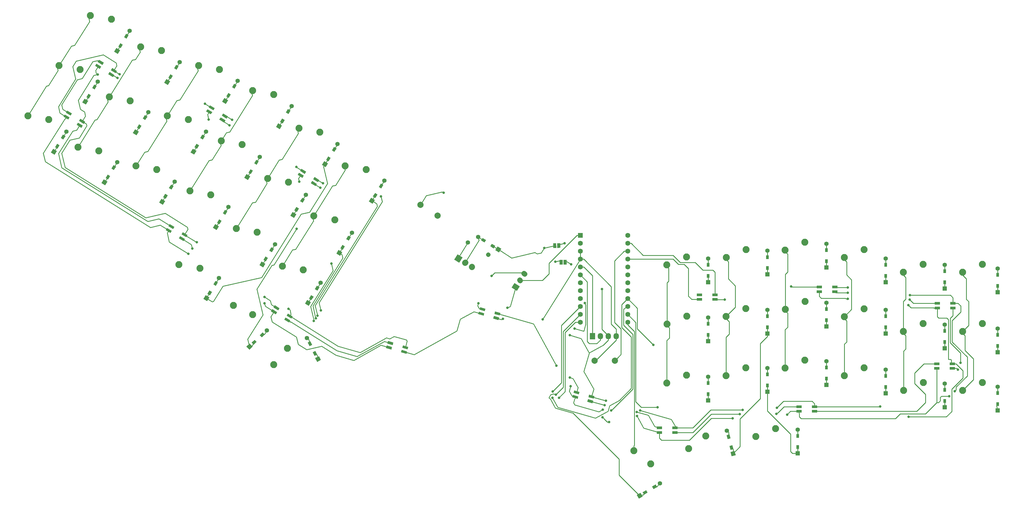
<source format=gbr>
G04 #@! TF.GenerationSoftware,KiCad,Pcbnew,(5.1.5)-3*
G04 #@! TF.CreationDate,2020-11-08T14:52:40+01:00*
G04 #@! TF.ProjectId,aegis,61656769-732e-46b6-9963-61645f706362,rev?*
G04 #@! TF.SameCoordinates,Original*
G04 #@! TF.FileFunction,Copper,L2,Bot*
G04 #@! TF.FilePolarity,Positive*
%FSLAX46Y46*%
G04 Gerber Fmt 4.6, Leading zero omitted, Abs format (unit mm)*
G04 Created by KiCad (PCBNEW (5.1.5)-3) date 2020-11-08 14:52:40*
%MOMM*%
%LPD*%
G04 APERTURE LIST*
%ADD10R,1.000000X1.500000*%
%ADD11C,0.100000*%
%ADD12C,2.000000*%
%ADD13O,1.730000X2.030000*%
%ADD14R,1.730000X2.030000*%
%ADD15C,1.730000*%
%ADD16C,1.397000*%
%ADD17R,1.397000X1.397000*%
%ADD18R,0.950000X1.300000*%
%ADD19R,1.800000X0.820000*%
%ADD20C,1.905000*%
%ADD21C,1.400000*%
%ADD22C,1.400000*%
%ADD23C,1.600000*%
%ADD24R,1.600000X1.600000*%
%ADD25C,2.250000*%
%ADD26C,0.800000*%
%ADD27C,0.250000*%
G04 APERTURE END LIST*
D10*
X150369368Y-102062699D03*
X151669368Y-102062699D03*
G04 #@! TA.AperFunction,SMDPad,CuDef*
D11*
G36*
X147854233Y-97501742D02*
G01*
X147828055Y-96001970D01*
X148827903Y-95984518D01*
X148854081Y-97484290D01*
X147854233Y-97501742D01*
G37*
G04 #@! TD.AperFunction*
G04 #@! TA.AperFunction,SMDPad,CuDef*
G36*
X149154035Y-97479054D02*
G01*
X149127857Y-95979282D01*
X150127705Y-95961830D01*
X150153883Y-97461602D01*
X149154035Y-97479054D01*
G37*
G04 #@! TD.AperFunction*
D12*
X105189722Y-83629982D03*
X110702034Y-87074458D03*
X167677317Y-133705719D03*
X161177317Y-133705719D03*
D13*
X168101134Y-125842475D03*
X165561134Y-125842475D03*
X163021134Y-125842475D03*
D14*
X160481134Y-125842475D03*
D15*
X138706842Y-105881111D02*
X138455240Y-105717719D01*
X137323459Y-108011334D02*
X137071857Y-107847942D01*
G04 #@! TA.AperFunction,ComponentPad*
D11*
G36*
X137136638Y-109887220D02*
G01*
X136194413Y-111338120D01*
X134491912Y-110232502D01*
X135434137Y-108781602D01*
X137136638Y-109887220D01*
G37*
G04 #@! TD.AperFunction*
D16*
X63774162Y-51893721D03*
G04 #@! TA.AperFunction,ComponentPad*
D11*
G36*
X59958391Y-59318357D02*
G01*
X58773668Y-58578060D01*
X59513965Y-57393337D01*
X60698688Y-58133634D01*
X59958391Y-59318357D01*
G37*
G04 #@! TD.AperFunction*
G04 #@! TA.AperFunction,SMDPad,CuDef*
G36*
X60872938Y-57433012D02*
G01*
X60067293Y-56929589D01*
X60756188Y-55827126D01*
X61561833Y-56330549D01*
X60872938Y-57433012D01*
G37*
G04 #@! TD.AperFunction*
G04 #@! TA.AperFunction,SMDPad,CuDef*
G36*
X62754152Y-54422442D02*
G01*
X61948507Y-53919019D01*
X62637402Y-52816556D01*
X63443047Y-53319979D01*
X62754152Y-54422442D01*
G37*
G04 #@! TD.AperFunction*
D16*
X93615365Y-75846877D03*
G04 #@! TA.AperFunction,ComponentPad*
D11*
G36*
X89799594Y-83271513D02*
G01*
X88614871Y-82531216D01*
X89355168Y-81346493D01*
X90539891Y-82086790D01*
X89799594Y-83271513D01*
G37*
G04 #@! TD.AperFunction*
G04 #@! TA.AperFunction,SMDPad,CuDef*
G36*
X90714141Y-81386168D02*
G01*
X89908496Y-80882745D01*
X90597391Y-79780282D01*
X91403036Y-80283705D01*
X90714141Y-81386168D01*
G37*
G04 #@! TD.AperFunction*
G04 #@! TA.AperFunction,SMDPad,CuDef*
G36*
X92595355Y-78375598D02*
G01*
X91789710Y-77872175D01*
X92478605Y-76769712D01*
X93284250Y-77273135D01*
X92595355Y-78375598D01*
G37*
G04 #@! TD.AperFunction*
D16*
X78562280Y-64082315D03*
G04 #@! TA.AperFunction,ComponentPad*
D11*
G36*
X74746509Y-71506951D02*
G01*
X73561786Y-70766654D01*
X74302083Y-69581931D01*
X75486806Y-70322228D01*
X74746509Y-71506951D01*
G37*
G04 #@! TD.AperFunction*
G04 #@! TA.AperFunction,SMDPad,CuDef*
G36*
X75661056Y-69621606D02*
G01*
X74855411Y-69118183D01*
X75544306Y-68015720D01*
X76349951Y-68519143D01*
X75661056Y-69621606D01*
G37*
G04 #@! TD.AperFunction*
G04 #@! TA.AperFunction,SMDPad,CuDef*
G36*
X77542270Y-66611036D02*
G01*
X76736625Y-66107613D01*
X77425520Y-65005150D01*
X78231165Y-65508573D01*
X77542270Y-66611036D01*
G37*
G04 #@! TD.AperFunction*
D16*
X123723137Y-93939037D03*
G04 #@! TA.AperFunction,ComponentPad*
D11*
G36*
X131147773Y-97754808D02*
G01*
X130407476Y-98939531D01*
X129222753Y-98199234D01*
X129963050Y-97014511D01*
X131147773Y-97754808D01*
G37*
G04 #@! TD.AperFunction*
G04 #@! TA.AperFunction,SMDPad,CuDef*
G36*
X129262428Y-96840261D02*
G01*
X128759005Y-97645906D01*
X127656542Y-96957011D01*
X128159965Y-96151366D01*
X129262428Y-96840261D01*
G37*
G04 #@! TD.AperFunction*
G04 #@! TA.AperFunction,SMDPad,CuDef*
G36*
X126251858Y-94959047D02*
G01*
X125748435Y-95764692D01*
X124645972Y-95075797D01*
X125149395Y-94270152D01*
X126251858Y-94959047D01*
G37*
G04 #@! TD.AperFunction*
D16*
X226427313Y-155895726D03*
D17*
X226427313Y-163515726D03*
D18*
X226427313Y-161480726D03*
X226427313Y-157930726D03*
D16*
X203691224Y-156275553D03*
G04 #@! TA.AperFunction,ComponentPad*
D11*
G36*
X206518910Y-164129821D02*
G01*
X205169512Y-164491391D01*
X204807942Y-163141993D01*
X206157340Y-162780423D01*
X206518910Y-164129821D01*
G37*
G04 #@! TD.AperFunction*
G04 #@! TA.AperFunction,SMDPad,CuDef*
G36*
X205763776Y-162175161D02*
G01*
X204846147Y-162421039D01*
X204509682Y-161165335D01*
X205427311Y-160919457D01*
X205763776Y-162175161D01*
G37*
G04 #@! TD.AperFunction*
G04 #@! TA.AperFunction,SMDPad,CuDef*
G36*
X204844968Y-158746125D02*
G01*
X203927339Y-158992003D01*
X203590874Y-157736299D01*
X204508503Y-157490421D01*
X204844968Y-158746125D01*
G37*
G04 #@! TD.AperFunction*
D16*
X182193108Y-173243412D03*
G04 #@! TA.AperFunction,ComponentPad*
D11*
G36*
X175422517Y-178126487D02*
G01*
X174703009Y-176929025D01*
X175900471Y-176209517D01*
X176619979Y-177406979D01*
X175422517Y-178126487D01*
G37*
G04 #@! TD.AperFunction*
G04 #@! TA.AperFunction,SMDPad,CuDef*
G36*
X177093313Y-176861829D02*
G01*
X176604027Y-176047520D01*
X177718345Y-175377971D01*
X178207631Y-176192280D01*
X177093313Y-176861829D01*
G37*
G04 #@! TD.AperFunction*
G04 #@! TA.AperFunction,SMDPad,CuDef*
G36*
X180136257Y-175033443D02*
G01*
X179646971Y-174219134D01*
X180761289Y-173549585D01*
X181250575Y-174363894D01*
X180136257Y-175033443D01*
G37*
G04 #@! TD.AperFunction*
D16*
X68691975Y-126489800D03*
G04 #@! TA.AperFunction,ComponentPad*
D11*
G36*
X73214014Y-133506673D02*
G01*
X71980536Y-134162525D01*
X71324684Y-132929047D01*
X72558162Y-132273195D01*
X73214014Y-133506673D01*
G37*
G04 #@! TD.AperFunction*
G04 #@! TA.AperFunction,SMDPad,CuDef*
G36*
X72038531Y-131771979D02*
G01*
X71199730Y-132217977D01*
X70589417Y-131070145D01*
X71428218Y-130624147D01*
X72038531Y-131771979D01*
G37*
G04 #@! TD.AperFunction*
G04 #@! TA.AperFunction,SMDPad,CuDef*
G36*
X70371907Y-128637515D02*
G01*
X69533106Y-129083513D01*
X68922793Y-127935681D01*
X69761594Y-127489683D01*
X70371907Y-128637515D01*
G37*
G04 #@! TD.AperFunction*
D16*
X55829876Y-124024044D03*
G04 #@! TA.AperFunction,ComponentPad*
D11*
G36*
X50222485Y-130208098D02*
G01*
X49269734Y-129186397D01*
X50291435Y-128233646D01*
X51244186Y-129255347D01*
X50222485Y-130208098D01*
G37*
G04 #@! TD.AperFunction*
G04 #@! TA.AperFunction,SMDPad,CuDef*
G36*
X51593834Y-128623697D02*
G01*
X50945936Y-127928911D01*
X51896696Y-127042313D01*
X52544594Y-127737099D01*
X51593834Y-128623697D01*
G37*
G04 #@! TD.AperFunction*
G04 #@! TA.AperFunction,SMDPad,CuDef*
G36*
X54190140Y-126202603D02*
G01*
X53542242Y-125507817D01*
X54493002Y-124621219D01*
X55140900Y-125316005D01*
X54190140Y-126202603D01*
G37*
G04 #@! TD.AperFunction*
D16*
X40432913Y-107174804D03*
G04 #@! TA.AperFunction,ComponentPad*
D11*
G36*
X36617142Y-114599440D02*
G01*
X35432419Y-113859143D01*
X36172716Y-112674420D01*
X37357439Y-113414717D01*
X36617142Y-114599440D01*
G37*
G04 #@! TD.AperFunction*
G04 #@! TA.AperFunction,SMDPad,CuDef*
G36*
X37531689Y-112714095D02*
G01*
X36726044Y-112210672D01*
X37414939Y-111108209D01*
X38220584Y-111611632D01*
X37531689Y-112714095D01*
G37*
G04 #@! TD.AperFunction*
G04 #@! TA.AperFunction,SMDPad,CuDef*
G36*
X39412903Y-109703525D02*
G01*
X38607258Y-109200102D01*
X39296153Y-108097639D01*
X40101798Y-108601062D01*
X39412903Y-109703525D01*
G37*
G04 #@! TD.AperFunction*
D16*
X290677313Y-142145725D03*
D17*
X290677313Y-149765725D03*
D18*
X290677313Y-147730725D03*
X290677313Y-144180725D03*
D16*
X290677304Y-123395715D03*
D17*
X290677304Y-131015715D03*
D18*
X290677304Y-128980715D03*
X290677304Y-125430715D03*
D16*
X290677294Y-104145702D03*
D17*
X290677294Y-111765702D03*
D18*
X290677294Y-109730702D03*
X290677294Y-106180702D03*
D16*
X273677302Y-141145741D03*
D17*
X273677302Y-148765741D03*
D18*
X273677302Y-146730741D03*
X273677302Y-143180741D03*
D16*
X273677294Y-122145721D03*
D17*
X273677294Y-129765721D03*
D18*
X273677294Y-127730721D03*
X273677294Y-124180721D03*
D16*
X273677313Y-102895728D03*
D17*
X273677313Y-110515728D03*
D18*
X273677313Y-108480728D03*
X273677313Y-104930728D03*
D16*
X254677304Y-136645727D03*
D17*
X254677304Y-144265727D03*
D18*
X254677304Y-142230727D03*
X254677304Y-138680727D03*
D16*
X254677300Y-117395726D03*
D17*
X254677300Y-125015726D03*
D18*
X254677300Y-122980726D03*
X254677300Y-119430726D03*
D16*
X254677324Y-100895714D03*
D17*
X254677324Y-108515714D03*
D18*
X254677324Y-106480714D03*
X254677324Y-102930714D03*
D16*
X235677293Y-133895732D03*
D17*
X235677293Y-141515732D03*
D18*
X235677293Y-139480732D03*
X235677293Y-135930732D03*
D16*
X235677291Y-115145720D03*
D17*
X235677291Y-122765720D03*
D18*
X235677291Y-120730720D03*
X235677291Y-117180720D03*
D16*
X235677307Y-96145717D03*
D17*
X235677307Y-103765717D03*
D18*
X235677307Y-101730717D03*
X235677307Y-98180717D03*
D16*
X216677309Y-136145713D03*
D17*
X216677309Y-143765713D03*
D18*
X216677309Y-141730713D03*
X216677309Y-138180713D03*
D16*
X216677300Y-117395722D03*
D17*
X216677300Y-125015722D03*
D18*
X216677300Y-122980722D03*
X216677300Y-119430722D03*
D16*
X216677308Y-98395723D03*
D17*
X216677308Y-106015723D03*
D18*
X216677308Y-103980723D03*
X216677308Y-100430723D03*
D16*
X197677320Y-138895722D03*
D17*
X197677320Y-146515722D03*
D18*
X197677320Y-144480722D03*
X197677320Y-140930722D03*
D16*
X197677307Y-119895714D03*
D17*
X197677307Y-127515714D03*
D18*
X197677307Y-125480714D03*
X197677307Y-121930714D03*
D16*
X197677296Y-100895718D03*
D17*
X197677296Y-108515718D03*
D18*
X197677296Y-106480718D03*
X197677296Y-102930718D03*
D16*
X73081007Y-108708750D03*
G04 #@! TA.AperFunction,ComponentPad*
D11*
G36*
X69265236Y-116133386D02*
G01*
X68080513Y-115393089D01*
X68820810Y-114208366D01*
X70005533Y-114948663D01*
X69265236Y-116133386D01*
G37*
G04 #@! TD.AperFunction*
G04 #@! TA.AperFunction,SMDPad,CuDef*
G36*
X70179783Y-114248041D02*
G01*
X69374138Y-113744618D01*
X70063033Y-112642155D01*
X70868678Y-113145578D01*
X70179783Y-114248041D01*
G37*
G04 #@! TD.AperFunction*
G04 #@! TA.AperFunction,SMDPad,CuDef*
G36*
X72060997Y-111237471D02*
G01*
X71255352Y-110734048D01*
X71944247Y-109631585D01*
X72749892Y-110135008D01*
X72060997Y-111237471D01*
G37*
G04 #@! TD.AperFunction*
D16*
X83149439Y-92595832D03*
G04 #@! TA.AperFunction,ComponentPad*
D11*
G36*
X79333668Y-100020468D02*
G01*
X78148945Y-99280171D01*
X78889242Y-98095448D01*
X80073965Y-98835745D01*
X79333668Y-100020468D01*
G37*
G04 #@! TD.AperFunction*
G04 #@! TA.AperFunction,SMDPad,CuDef*
G36*
X80248215Y-98135123D02*
G01*
X79442570Y-97631700D01*
X80131465Y-96529237D01*
X80937110Y-97032660D01*
X80248215Y-98135123D01*
G37*
G04 #@! TD.AperFunction*
G04 #@! TA.AperFunction,SMDPad,CuDef*
G36*
X82129429Y-95124553D02*
G01*
X81323784Y-94621130D01*
X82012679Y-93518667D01*
X82818324Y-94022090D01*
X82129429Y-95124553D01*
G37*
G04 #@! TD.AperFunction*
D16*
X58425347Y-96308127D03*
G04 #@! TA.AperFunction,ComponentPad*
D11*
G36*
X54609576Y-103732763D02*
G01*
X53424853Y-102992466D01*
X54165150Y-101807743D01*
X55349873Y-102548040D01*
X54609576Y-103732763D01*
G37*
G04 #@! TD.AperFunction*
G04 #@! TA.AperFunction,SMDPad,CuDef*
G36*
X55524123Y-101847418D02*
G01*
X54718478Y-101343995D01*
X55407373Y-100241532D01*
X56213018Y-100744955D01*
X55524123Y-101847418D01*
G37*
G04 #@! TD.AperFunction*
G04 #@! TA.AperFunction,SMDPad,CuDef*
G36*
X57405337Y-98836848D02*
G01*
X56599692Y-98333425D01*
X57288587Y-97230962D01*
X58094232Y-97734385D01*
X57405337Y-98836848D01*
G37*
G04 #@! TD.AperFunction*
D16*
X68361339Y-80407239D03*
G04 #@! TA.AperFunction,ComponentPad*
D11*
G36*
X64545568Y-87831875D02*
G01*
X63360845Y-87091578D01*
X64101142Y-85906855D01*
X65285865Y-86647152D01*
X64545568Y-87831875D01*
G37*
G04 #@! TD.AperFunction*
G04 #@! TA.AperFunction,SMDPad,CuDef*
G36*
X65460115Y-85946530D02*
G01*
X64654470Y-85443107D01*
X65343365Y-84340644D01*
X66149010Y-84844067D01*
X65460115Y-85946530D01*
G37*
G04 #@! TD.AperFunction*
G04 #@! TA.AperFunction,SMDPad,CuDef*
G36*
X67341329Y-82935960D02*
G01*
X66535684Y-82432537D01*
X67224579Y-81330074D01*
X68030224Y-81833497D01*
X67341329Y-82935960D01*
G37*
G04 #@! TD.AperFunction*
D16*
X43504760Y-84331550D03*
G04 #@! TA.AperFunction,ComponentPad*
D11*
G36*
X39688989Y-91756186D02*
G01*
X38504266Y-91015889D01*
X39244563Y-89831166D01*
X40429286Y-90571463D01*
X39688989Y-91756186D01*
G37*
G04 #@! TD.AperFunction*
G04 #@! TA.AperFunction,SMDPad,CuDef*
G36*
X40603536Y-89870841D02*
G01*
X39797891Y-89367418D01*
X40486786Y-88264955D01*
X41292431Y-88768378D01*
X40603536Y-89870841D01*
G37*
G04 #@! TD.AperFunction*
G04 #@! TA.AperFunction,SMDPad,CuDef*
G36*
X42484750Y-86860271D02*
G01*
X41679105Y-86356848D01*
X42368000Y-85254385D01*
X43173645Y-85757808D01*
X42484750Y-86860271D01*
G37*
G04 #@! TD.AperFunction*
D16*
X53573214Y-68218650D03*
G04 #@! TA.AperFunction,ComponentPad*
D11*
G36*
X49757443Y-75643286D02*
G01*
X48572720Y-74902989D01*
X49313017Y-73718266D01*
X50497740Y-74458563D01*
X49757443Y-75643286D01*
G37*
G04 #@! TD.AperFunction*
G04 #@! TA.AperFunction,SMDPad,CuDef*
G36*
X50671990Y-73757941D02*
G01*
X49866345Y-73254518D01*
X50555240Y-72152055D01*
X51360885Y-72655478D01*
X50671990Y-73757941D01*
G37*
G04 #@! TD.AperFunction*
G04 #@! TA.AperFunction,SMDPad,CuDef*
G36*
X52553204Y-70747371D02*
G01*
X51747559Y-70243948D01*
X52436454Y-69141485D01*
X53242099Y-69644908D01*
X52553204Y-70747371D01*
G37*
G04 #@! TD.AperFunction*
D16*
X26199517Y-76171220D03*
G04 #@! TA.AperFunction,ComponentPad*
D11*
G36*
X22383746Y-83595856D02*
G01*
X21199023Y-82855559D01*
X21939320Y-81670836D01*
X23124043Y-82411133D01*
X22383746Y-83595856D01*
G37*
G04 #@! TD.AperFunction*
G04 #@! TA.AperFunction,SMDPad,CuDef*
G36*
X23298293Y-81710511D02*
G01*
X22492648Y-81207088D01*
X23181543Y-80104625D01*
X23987188Y-80608048D01*
X23298293Y-81710511D01*
G37*
G04 #@! TD.AperFunction*
G04 #@! TA.AperFunction,SMDPad,CuDef*
G36*
X25179507Y-78699941D02*
G01*
X24373862Y-78196518D01*
X25062757Y-77094055D01*
X25868402Y-77597478D01*
X25179507Y-78699941D01*
G37*
G04 #@! TD.AperFunction*
D16*
X36267982Y-60058285D03*
G04 #@! TA.AperFunction,ComponentPad*
D11*
G36*
X32452211Y-67482921D02*
G01*
X31267488Y-66742624D01*
X32007785Y-65557901D01*
X33192508Y-66298198D01*
X32452211Y-67482921D01*
G37*
G04 #@! TD.AperFunction*
G04 #@! TA.AperFunction,SMDPad,CuDef*
G36*
X33366758Y-65597576D02*
G01*
X32561113Y-65094153D01*
X33250008Y-63991690D01*
X34055653Y-64495113D01*
X33366758Y-65597576D01*
G37*
G04 #@! TD.AperFunction*
G04 #@! TA.AperFunction,SMDPad,CuDef*
G36*
X35247972Y-62587006D02*
G01*
X34442327Y-62083583D01*
X35131222Y-60981120D01*
X35936867Y-61484543D01*
X35247972Y-62587006D01*
G37*
G04 #@! TD.AperFunction*
D16*
X46468932Y-43733376D03*
G04 #@! TA.AperFunction,ComponentPad*
D11*
G36*
X42653161Y-51158012D02*
G01*
X41468438Y-50417715D01*
X42208735Y-49232992D01*
X43393458Y-49973289D01*
X42653161Y-51158012D01*
G37*
G04 #@! TD.AperFunction*
G04 #@! TA.AperFunction,SMDPad,CuDef*
G36*
X43567708Y-49272667D02*
G01*
X42762063Y-48769244D01*
X43450958Y-47666781D01*
X44256603Y-48170204D01*
X43567708Y-49272667D01*
G37*
G04 #@! TD.AperFunction*
G04 #@! TA.AperFunction,SMDPad,CuDef*
G36*
X45448922Y-46262097D02*
G01*
X44643277Y-45758674D01*
X45332172Y-44656211D01*
X46137817Y-45159634D01*
X45448922Y-46262097D01*
G37*
G04 #@! TD.AperFunction*
D16*
X7701972Y-69918971D03*
G04 #@! TA.AperFunction,ComponentPad*
D11*
G36*
X3886201Y-77343607D02*
G01*
X2701478Y-76603310D01*
X3441775Y-75418587D01*
X4626498Y-76158884D01*
X3886201Y-77343607D01*
G37*
G04 #@! TD.AperFunction*
G04 #@! TA.AperFunction,SMDPad,CuDef*
G36*
X4800748Y-75458262D02*
G01*
X3995103Y-74954839D01*
X4683998Y-73852376D01*
X5489643Y-74355799D01*
X4800748Y-75458262D01*
G37*
G04 #@! TD.AperFunction*
G04 #@! TA.AperFunction,SMDPad,CuDef*
G36*
X6681962Y-72447692D02*
G01*
X5876317Y-71944269D01*
X6565212Y-70841806D01*
X7370857Y-71345229D01*
X6681962Y-72447692D01*
G37*
G04 #@! TD.AperFunction*
D16*
X17770445Y-53806050D03*
G04 #@! TA.AperFunction,ComponentPad*
D11*
G36*
X13954674Y-61230686D02*
G01*
X12769951Y-60490389D01*
X13510248Y-59305666D01*
X14694971Y-60045963D01*
X13954674Y-61230686D01*
G37*
G04 #@! TD.AperFunction*
G04 #@! TA.AperFunction,SMDPad,CuDef*
G36*
X14869221Y-59345341D02*
G01*
X14063576Y-58841918D01*
X14752471Y-57739455D01*
X15558116Y-58242878D01*
X14869221Y-59345341D01*
G37*
G04 #@! TD.AperFunction*
G04 #@! TA.AperFunction,SMDPad,CuDef*
G36*
X16750435Y-56334771D02*
G01*
X15944790Y-55831348D01*
X16633685Y-54728885D01*
X17439330Y-55232308D01*
X16750435Y-56334771D01*
G37*
G04 #@! TD.AperFunction*
D16*
X27838903Y-37693137D03*
G04 #@! TA.AperFunction,ComponentPad*
D11*
G36*
X24023132Y-45117773D02*
G01*
X22838409Y-44377476D01*
X23578706Y-43192753D01*
X24763429Y-43933050D01*
X24023132Y-45117773D01*
G37*
G04 #@! TD.AperFunction*
G04 #@! TA.AperFunction,SMDPad,CuDef*
G36*
X24937679Y-43232428D02*
G01*
X24132034Y-42729005D01*
X24820929Y-41626542D01*
X25626574Y-42129965D01*
X24937679Y-43232428D01*
G37*
G04 #@! TD.AperFunction*
G04 #@! TA.AperFunction,SMDPad,CuDef*
G36*
X26818893Y-40221858D02*
G01*
X26013248Y-39718435D01*
X26702143Y-38615972D01*
X27507788Y-39119395D01*
X26818893Y-40221858D01*
G37*
G04 #@! TD.AperFunction*
D16*
X-8556678Y-60083679D03*
G04 #@! TA.AperFunction,ComponentPad*
D11*
G36*
X-12372449Y-67508315D02*
G01*
X-13557172Y-66768018D01*
X-12816875Y-65583295D01*
X-11632152Y-66323592D01*
X-12372449Y-67508315D01*
G37*
G04 #@! TD.AperFunction*
G04 #@! TA.AperFunction,SMDPad,CuDef*
G36*
X-11457902Y-65622970D02*
G01*
X-12263547Y-65119547D01*
X-11574652Y-64017084D01*
X-10769007Y-64520507D01*
X-11457902Y-65622970D01*
G37*
G04 #@! TD.AperFunction*
G04 #@! TA.AperFunction,SMDPad,CuDef*
G36*
X-9576688Y-62612400D02*
G01*
X-10382333Y-62108977D01*
X-9693438Y-61006514D01*
X-8887793Y-61509937D01*
X-9576688Y-62612400D01*
G37*
G04 #@! TD.AperFunction*
D16*
X1511797Y-43970794D03*
G04 #@! TA.AperFunction,ComponentPad*
D11*
G36*
X-2303974Y-51395430D02*
G01*
X-3488697Y-50655133D01*
X-2748400Y-49470410D01*
X-1563677Y-50210707D01*
X-2303974Y-51395430D01*
G37*
G04 #@! TD.AperFunction*
G04 #@! TA.AperFunction,SMDPad,CuDef*
G36*
X-1389427Y-49510085D02*
G01*
X-2195072Y-49006662D01*
X-1506177Y-47904199D01*
X-700532Y-48407622D01*
X-1389427Y-49510085D01*
G37*
G04 #@! TD.AperFunction*
G04 #@! TA.AperFunction,SMDPad,CuDef*
G36*
X491787Y-46499515D02*
G01*
X-313858Y-45996092D01*
X375037Y-44893629D01*
X1180682Y-45397052D01*
X491787Y-46499515D01*
G37*
G04 #@! TD.AperFunction*
D16*
X11755139Y-27672363D03*
G04 #@! TA.AperFunction,ComponentPad*
D11*
G36*
X7939368Y-35096999D02*
G01*
X6754645Y-34356702D01*
X7494942Y-33171979D01*
X8679665Y-33912276D01*
X7939368Y-35096999D01*
G37*
G04 #@! TD.AperFunction*
G04 #@! TA.AperFunction,SMDPad,CuDef*
G36*
X8853915Y-33211654D02*
G01*
X8048270Y-32708231D01*
X8737165Y-31605768D01*
X9542810Y-32109191D01*
X8853915Y-33211654D01*
G37*
G04 #@! TD.AperFunction*
G04 #@! TA.AperFunction,SMDPad,CuDef*
G36*
X10735129Y-30201084D02*
G01*
X9929484Y-29697661D01*
X10618379Y-28595198D01*
X11424024Y-29098621D01*
X10735129Y-30201084D01*
G37*
G04 #@! TD.AperFunction*
G04 #@! TA.AperFunction,SMDPad,CuDef*
G36*
X128548125Y-120170962D02*
G01*
X128774148Y-119382727D01*
X130504419Y-119878874D01*
X130278396Y-120667109D01*
X128548125Y-120170962D01*
G37*
G04 #@! TD.AperFunction*
G04 #@! TA.AperFunction,SMDPad,CuDef*
G36*
X128961581Y-118729069D02*
G01*
X129187604Y-117940834D01*
X130917875Y-118436981D01*
X130691852Y-119225216D01*
X128961581Y-118729069D01*
G37*
G04 #@! TD.AperFunction*
G04 #@! TA.AperFunction,SMDPad,CuDef*
G36*
X124155273Y-117350882D02*
G01*
X124381296Y-116562647D01*
X126111567Y-117058794D01*
X125885544Y-117847029D01*
X124155273Y-117350882D01*
G37*
G04 #@! TD.AperFunction*
G04 #@! TA.AperFunction,SMDPad,CuDef*
G36*
X123741817Y-118792775D02*
G01*
X123967840Y-118004540D01*
X125698111Y-118500687D01*
X125472088Y-119288922D01*
X123741817Y-118792775D01*
G37*
G04 #@! TD.AperFunction*
D19*
X194839026Y-114048091D03*
X194839026Y-112548091D03*
X199839026Y-112548091D03*
X199839026Y-114048091D03*
X233339006Y-111548086D03*
X233339006Y-110048086D03*
X238339006Y-110048086D03*
X238339006Y-111548086D03*
X271339017Y-116798092D03*
X271339017Y-115298092D03*
X276339017Y-115298092D03*
X276339017Y-116798092D03*
X276131027Y-134724425D03*
X276131027Y-136224425D03*
X271131027Y-136224425D03*
X271131027Y-134724425D03*
X231896001Y-148535725D03*
X231896001Y-150035725D03*
X226896001Y-150035725D03*
X226896001Y-148535725D03*
X186994162Y-155359869D03*
X186994162Y-156859869D03*
X181994162Y-156859869D03*
X181994162Y-155359869D03*
G04 #@! TA.AperFunction,SMDPad,CuDef*
D11*
G36*
X159192860Y-145484255D02*
G01*
X159418883Y-144696020D01*
X161149154Y-145192167D01*
X160923131Y-145980402D01*
X159192860Y-145484255D01*
G37*
G04 #@! TD.AperFunction*
G04 #@! TA.AperFunction,SMDPad,CuDef*
G36*
X158779404Y-146926148D02*
G01*
X159005427Y-146137913D01*
X160735698Y-146634060D01*
X160509675Y-147422295D01*
X158779404Y-146926148D01*
G37*
G04 #@! TD.AperFunction*
G04 #@! TA.AperFunction,SMDPad,CuDef*
G36*
X153973096Y-145547961D02*
G01*
X154199119Y-144759726D01*
X155929390Y-145255873D01*
X155703367Y-146044108D01*
X153973096Y-145547961D01*
G37*
G04 #@! TD.AperFunction*
G04 #@! TA.AperFunction,SMDPad,CuDef*
G36*
X154386552Y-144106068D02*
G01*
X154612575Y-143317833D01*
X156342846Y-143813980D01*
X156116823Y-144602215D01*
X154386552Y-144106068D01*
G37*
G04 #@! TD.AperFunction*
G04 #@! TA.AperFunction,SMDPad,CuDef*
G36*
X94546788Y-128221657D02*
G01*
X94772811Y-127433422D01*
X96503082Y-127929569D01*
X96277059Y-128717804D01*
X94546788Y-128221657D01*
G37*
G04 #@! TD.AperFunction*
G04 #@! TA.AperFunction,SMDPad,CuDef*
G36*
X94133332Y-129663550D02*
G01*
X94359355Y-128875315D01*
X96089626Y-129371462D01*
X95863603Y-130159697D01*
X94133332Y-129663550D01*
G37*
G04 #@! TD.AperFunction*
G04 #@! TA.AperFunction,SMDPad,CuDef*
G36*
X98939640Y-131041737D02*
G01*
X99165663Y-130253502D01*
X100895934Y-130749649D01*
X100669911Y-131537884D01*
X98939640Y-131041737D01*
G37*
G04 #@! TD.AperFunction*
G04 #@! TA.AperFunction,SMDPad,CuDef*
G36*
X99353096Y-129599844D02*
G01*
X99579119Y-128811609D01*
X101309390Y-129307756D01*
X101083367Y-130095991D01*
X99353096Y-129599844D01*
G37*
G04 #@! TD.AperFunction*
G04 #@! TA.AperFunction,SMDPad,CuDef*
G36*
X62179956Y-119259985D02*
G01*
X62614490Y-118564586D01*
X64140976Y-119518441D01*
X63706442Y-120213840D01*
X62179956Y-119259985D01*
G37*
G04 #@! TD.AperFunction*
G04 #@! TA.AperFunction,SMDPad,CuDef*
G36*
X61385077Y-120532057D02*
G01*
X61819611Y-119836658D01*
X63346097Y-120790513D01*
X62911563Y-121485912D01*
X61385077Y-120532057D01*
G37*
G04 #@! TD.AperFunction*
G04 #@! TA.AperFunction,SMDPad,CuDef*
G36*
X57144836Y-117882461D02*
G01*
X57579370Y-117187062D01*
X59105856Y-118140917D01*
X58671322Y-118836316D01*
X57144836Y-117882461D01*
G37*
G04 #@! TD.AperFunction*
G04 #@! TA.AperFunction,SMDPad,CuDef*
G36*
X57939715Y-116610389D02*
G01*
X58374249Y-115914990D01*
X59900735Y-116868845D01*
X59466201Y-117564244D01*
X57939715Y-116610389D01*
G37*
G04 #@! TD.AperFunction*
G04 #@! TA.AperFunction,SMDPad,CuDef*
G36*
X28376066Y-93107643D02*
G01*
X28810600Y-92412244D01*
X30337086Y-93366099D01*
X29902552Y-94061498D01*
X28376066Y-93107643D01*
G37*
G04 #@! TD.AperFunction*
G04 #@! TA.AperFunction,SMDPad,CuDef*
G36*
X27581187Y-94379715D02*
G01*
X28015721Y-93684316D01*
X29542207Y-94638171D01*
X29107673Y-95333570D01*
X27581187Y-94379715D01*
G37*
G04 #@! TD.AperFunction*
G04 #@! TA.AperFunction,SMDPad,CuDef*
G36*
X23340946Y-91730119D02*
G01*
X23775480Y-91034720D01*
X25301966Y-91988575D01*
X24867432Y-92683974D01*
X23340946Y-91730119D01*
G37*
G04 #@! TD.AperFunction*
G04 #@! TA.AperFunction,SMDPad,CuDef*
G36*
X24135825Y-90458047D02*
G01*
X24570359Y-89762648D01*
X26096845Y-90716503D01*
X25662311Y-91411902D01*
X24135825Y-90458047D01*
G37*
G04 #@! TD.AperFunction*
G04 #@! TA.AperFunction,SMDPad,CuDef*
G36*
X-4526307Y-56646882D02*
G01*
X-4091773Y-55951483D01*
X-2565287Y-56905338D01*
X-2999821Y-57600737D01*
X-4526307Y-56646882D01*
G37*
G04 #@! TD.AperFunction*
G04 #@! TA.AperFunction,SMDPad,CuDef*
G36*
X-5321186Y-57918954D02*
G01*
X-4886652Y-57223555D01*
X-3360166Y-58177410D01*
X-3794700Y-58872809D01*
X-5321186Y-57918954D01*
G37*
G04 #@! TD.AperFunction*
G04 #@! TA.AperFunction,SMDPad,CuDef*
G36*
X-9561427Y-55269358D02*
G01*
X-9126893Y-54573959D01*
X-7600407Y-55527814D01*
X-8034941Y-56223213D01*
X-9561427Y-55269358D01*
G37*
G04 #@! TD.AperFunction*
G04 #@! TA.AperFunction,SMDPad,CuDef*
G36*
X-8766548Y-53997286D02*
G01*
X-8332014Y-53301887D01*
X-6805528Y-54255742D01*
X-7240062Y-54951141D01*
X-8766548Y-53997286D01*
G37*
G04 #@! TD.AperFunction*
G04 #@! TA.AperFunction,SMDPad,CuDef*
G36*
X2600555Y-39202881D02*
G01*
X2166021Y-39898280D01*
X639535Y-38944425D01*
X1074069Y-38249026D01*
X2600555Y-39202881D01*
G37*
G04 #@! TD.AperFunction*
G04 #@! TA.AperFunction,SMDPad,CuDef*
G36*
X3395434Y-37930809D02*
G01*
X2960900Y-38626208D01*
X1434414Y-37672353D01*
X1868948Y-36976954D01*
X3395434Y-37930809D01*
G37*
G04 #@! TD.AperFunction*
G04 #@! TA.AperFunction,SMDPad,CuDef*
G36*
X7635675Y-40580405D02*
G01*
X7201141Y-41275804D01*
X5674655Y-40321949D01*
X6109189Y-39626550D01*
X7635675Y-40580405D01*
G37*
G04 #@! TD.AperFunction*
G04 #@! TA.AperFunction,SMDPad,CuDef*
G36*
X6840796Y-41852477D02*
G01*
X6406262Y-42547876D01*
X4879776Y-41594021D01*
X5314310Y-40898622D01*
X6840796Y-41852477D01*
G37*
G04 #@! TD.AperFunction*
G04 #@! TA.AperFunction,SMDPad,CuDef*
G36*
X38270848Y-53827487D02*
G01*
X37836314Y-54522886D01*
X36309828Y-53569031D01*
X36744362Y-52873632D01*
X38270848Y-53827487D01*
G37*
G04 #@! TD.AperFunction*
G04 #@! TA.AperFunction,SMDPad,CuDef*
G36*
X39065727Y-52555415D02*
G01*
X38631193Y-53250814D01*
X37104707Y-52296959D01*
X37539241Y-51601560D01*
X39065727Y-52555415D01*
G37*
G04 #@! TD.AperFunction*
G04 #@! TA.AperFunction,SMDPad,CuDef*
G36*
X43305968Y-55205011D02*
G01*
X42871434Y-55900410D01*
X41344948Y-54946555D01*
X41779482Y-54251156D01*
X43305968Y-55205011D01*
G37*
G04 #@! TD.AperFunction*
G04 #@! TA.AperFunction,SMDPad,CuDef*
G36*
X42511089Y-56477083D02*
G01*
X42076555Y-57172482D01*
X40550069Y-56218627D01*
X40984603Y-55523228D01*
X42511089Y-56477083D01*
G37*
G04 #@! TD.AperFunction*
G04 #@! TA.AperFunction,SMDPad,CuDef*
G36*
X67661208Y-74256220D02*
G01*
X67226674Y-74951619D01*
X65700188Y-73997764D01*
X66134722Y-73302365D01*
X67661208Y-74256220D01*
G37*
G04 #@! TD.AperFunction*
G04 #@! TA.AperFunction,SMDPad,CuDef*
G36*
X68456087Y-72984148D02*
G01*
X68021553Y-73679547D01*
X66495067Y-72725692D01*
X66929601Y-72030293D01*
X68456087Y-72984148D01*
G37*
G04 #@! TD.AperFunction*
G04 #@! TA.AperFunction,SMDPad,CuDef*
G36*
X72696328Y-75633744D02*
G01*
X72261794Y-76329143D01*
X70735308Y-75375288D01*
X71169842Y-74679889D01*
X72696328Y-75633744D01*
G37*
G04 #@! TD.AperFunction*
G04 #@! TA.AperFunction,SMDPad,CuDef*
G36*
X71901449Y-76905816D02*
G01*
X71466915Y-77601215D01*
X69940429Y-76647360D01*
X70374963Y-75951961D01*
X71901449Y-76905816D01*
G37*
G04 #@! TD.AperFunction*
D20*
X121734674Y-103518429D02*
X121684332Y-103598993D01*
X119580632Y-102172434D02*
X119530290Y-102252998D01*
G04 #@! TA.AperFunction,ComponentPad*
D11*
G36*
X116063734Y-101210021D02*
G01*
X117123572Y-99513925D01*
X118739104Y-100523421D01*
X117679266Y-102219517D01*
X116063734Y-101210021D01*
G37*
G04 #@! TD.AperFunction*
D21*
X126994985Y-99624751D02*
X126994985Y-99624751D01*
D22*
X120463370Y-95700161D03*
D23*
X171797310Y-93485719D03*
X171797310Y-96025719D03*
X171797310Y-98565719D03*
X171797310Y-101105719D03*
X171797310Y-103645719D03*
X171797310Y-106185719D03*
X171797310Y-108725719D03*
X171797310Y-111265719D03*
X171797310Y-113805719D03*
X171797310Y-116345719D03*
X171797310Y-118885719D03*
X171797310Y-121425719D03*
X156557310Y-121425719D03*
X156557310Y-118885719D03*
X156557310Y-116345719D03*
X156557310Y-113805719D03*
X156557310Y-111265719D03*
X156557310Y-108725719D03*
X156557310Y-106185719D03*
X156557310Y-103645719D03*
X156557310Y-101105719D03*
X156557310Y-98565719D03*
X156557310Y-96025719D03*
D24*
X156557310Y-93485719D03*
D25*
X219337082Y-155629831D03*
X212987082Y-158169831D03*
X196860746Y-157945525D03*
X191384517Y-162042478D03*
X179166510Y-166894536D03*
X173791806Y-162665274D03*
X62462021Y-129752132D03*
X58047762Y-134975964D03*
X51233536Y-118891924D03*
X45045208Y-115980104D03*
X34306767Y-104033934D03*
X27575667Y-102822988D03*
X285787094Y-140754839D03*
X279437094Y-143294839D03*
X285767094Y-121779823D03*
X279417094Y-124319823D03*
X285817092Y-102754850D03*
X279467092Y-105294850D03*
X266792100Y-140754824D03*
X260442100Y-143294824D03*
X266767090Y-121779850D03*
X260417090Y-124319850D03*
X266762101Y-102779845D03*
X260412101Y-105319845D03*
X247792090Y-136004841D03*
X241442090Y-138544841D03*
X247767099Y-117029833D03*
X241417099Y-119569833D03*
X247767093Y-98004832D03*
X241417093Y-100544832D03*
X228762097Y-133604849D03*
X222412097Y-136144849D03*
X228787091Y-114654841D03*
X222437091Y-117194841D03*
X228762092Y-95654844D03*
X222412092Y-98194844D03*
X209792100Y-136004822D03*
X203442100Y-138544822D03*
X209767099Y-117004830D03*
X203417099Y-119544830D03*
X209812105Y-97979823D03*
X203462105Y-100519823D03*
X190742096Y-138404846D03*
X184392096Y-140944846D03*
X190762081Y-119404851D03*
X184412081Y-121944851D03*
X190737092Y-100404835D03*
X184387092Y-102944835D03*
X67548352Y-104523696D03*
X60817252Y-103312750D03*
X77642242Y-88426663D03*
X70911142Y-87215717D03*
X87723964Y-72292582D03*
X80992864Y-71081636D03*
X52736393Y-92467619D03*
X46005293Y-91256673D03*
X62787883Y-76344102D03*
X56056783Y-75133156D03*
X72886572Y-60220592D03*
X66155472Y-59009646D03*
X37826388Y-80379747D03*
X31095288Y-79168801D03*
X47912339Y-64248268D03*
X41181239Y-63037322D03*
X58011013Y-48124754D03*
X51279913Y-46913808D03*
X20481402Y-72282984D03*
X13750302Y-71072038D03*
X30571075Y-56183313D03*
X23839975Y-54972367D03*
X40605085Y-40078366D03*
X33873985Y-38867420D03*
X1829126Y-66287810D03*
X-4901974Y-65076864D03*
X11910844Y-50153701D03*
X5179744Y-48942755D03*
X21975075Y-34038121D03*
X15243975Y-32827175D03*
X-14240331Y-56187541D03*
X-20971431Y-54976595D03*
X-4227521Y-40069310D03*
X-10958621Y-38858364D03*
X5875380Y-23948447D03*
X-855720Y-22737501D03*
D26*
X92529989Y-80913816D03*
X147696119Y-143667454D03*
X73183398Y-117544644D03*
X65383825Y-91299063D03*
X76583303Y-102502213D03*
X70927804Y-120994151D03*
X149696111Y-145667469D03*
X166515468Y-149774525D03*
X72104191Y-119247862D03*
X148696120Y-144667474D03*
X180034692Y-128657921D03*
X71558854Y-120108702D03*
X147646131Y-145667464D03*
X163696115Y-151917490D03*
X165846122Y-153467473D03*
X181427311Y-148705717D03*
X153231021Y-125574436D03*
X163571136Y-110717449D03*
X66257562Y-76145828D03*
X37116350Y-56167619D03*
X1477847Y-41680792D03*
X33301412Y-95674093D03*
X62776665Y-117099188D03*
X133123691Y-116770103D03*
X131681505Y-120257690D03*
X164825551Y-146614449D03*
X175838886Y-149746453D03*
X208733299Y-149595462D03*
X219758300Y-148920469D03*
X252958297Y-148520467D03*
X262108297Y-151795469D03*
X261958300Y-115845461D03*
X242533292Y-113820464D03*
X153648231Y-102762050D03*
X65321677Y-71463393D03*
X43823658Y-58029942D03*
X144465012Y-120490030D03*
X128056033Y-106449427D03*
X73828656Y-76720181D03*
X44631733Y-56264956D03*
X8532145Y-41666886D03*
X30580214Y-99368443D03*
X55057065Y-115252877D03*
X123801761Y-115267425D03*
X153439335Y-141971112D03*
X163792596Y-149491155D03*
X174782948Y-151524268D03*
X205508290Y-152295467D03*
X223008298Y-151070467D03*
X275108299Y-145145453D03*
X276933300Y-143545459D03*
X262533294Y-112695464D03*
X242483294Y-110195458D03*
X73009939Y-78124748D03*
X35904825Y-51077095D03*
X7803500Y-42832947D03*
X31849413Y-97714736D03*
X55046267Y-113241526D03*
X148923094Y-135318552D03*
X153225655Y-139179051D03*
X164350246Y-148090616D03*
X174736105Y-150236467D03*
X207808294Y-150920453D03*
X219608295Y-150870452D03*
X277933297Y-136620455D03*
X278758290Y-134445465D03*
X262458295Y-114120459D03*
X242508300Y-111895470D03*
X224283298Y-109895466D03*
X202983291Y-114145464D03*
X157992313Y-115199929D03*
X154749609Y-123424746D03*
X112602939Y-79767908D03*
X151506401Y-95999464D03*
X145001998Y-97470009D03*
X148517759Y-101914530D03*
D27*
X11755119Y-27672357D02*
X10676758Y-29398138D01*
X43509353Y-48469724D02*
X42430956Y-50195492D01*
X8795546Y-32408713D02*
X7717146Y-34134492D01*
X92499063Y-80930961D02*
X92529989Y-80913816D01*
X147696119Y-143667454D02*
X150496116Y-140867472D01*
X150496118Y-122406905D02*
X156557302Y-116345720D01*
X150496116Y-140867472D02*
X150496118Y-122406905D01*
X197677292Y-106480717D02*
X197677295Y-108515734D01*
X235677300Y-101730719D02*
X235677304Y-103765723D01*
X273677313Y-110515739D02*
X273677313Y-108480727D01*
X72622557Y-115115315D02*
X73183398Y-117544644D01*
X92529989Y-80913816D02*
X92924954Y-82624666D01*
X92924954Y-82624666D02*
X72622557Y-115115315D01*
X38674069Y-114701019D02*
X38253292Y-114798172D01*
X41721110Y-109824749D02*
X38674069Y-114701019D01*
X54122816Y-106961585D02*
X41721110Y-109824749D01*
X74524306Y-70544446D02*
X74021671Y-71348802D01*
X38253292Y-114798172D02*
X36394923Y-113636931D01*
X74021671Y-71348802D02*
X75272772Y-76767952D01*
X66840854Y-86608442D02*
X54122816Y-106961585D01*
X75602678Y-68818658D02*
X74524306Y-70544446D01*
X75272772Y-76767952D02*
X69508611Y-85992541D01*
X36394923Y-113636931D02*
X37473310Y-111911149D01*
X69508611Y-85992541D02*
X66840854Y-86608442D01*
X446665Y-45675363D02*
X446653Y-45675366D01*
X1511801Y-43970806D02*
X446665Y-45675363D01*
X64323346Y-86869366D02*
X65401728Y-85143586D01*
X50982725Y-129053328D02*
X50256951Y-129220877D01*
X51745252Y-127833010D02*
X50982725Y-129053328D01*
X32229989Y-66520421D02*
X33308396Y-64794634D01*
X-2526192Y-50432921D02*
X-2526210Y-50432909D01*
X-1434557Y-48685932D02*
X-2526192Y-50432921D01*
X58097419Y-102959725D02*
X57408444Y-103118789D01*
X49694748Y-126785738D02*
X50256951Y-129220877D01*
X65383825Y-91299063D02*
X58097419Y-102959725D01*
X52639155Y-110751229D02*
X54547941Y-119019031D01*
X57408444Y-103118789D02*
X52639155Y-110751229D01*
X54547941Y-119019031D02*
X49694748Y-126785738D01*
X77108239Y-104775859D02*
X76583303Y-102502213D01*
X69927827Y-116266927D02*
X77108239Y-104775859D01*
X70994545Y-120887376D02*
X69927827Y-116266927D01*
X70927804Y-120994151D02*
X70994545Y-120887376D01*
X154937870Y-121425716D02*
X156557308Y-121425716D01*
X151696139Y-124667469D02*
X154937870Y-121425716D01*
X149696111Y-145667469D02*
X151696122Y-143667470D01*
X151696122Y-143667470D02*
X151696139Y-124667469D01*
X197677308Y-125480733D02*
X197677305Y-127515717D01*
X235677309Y-120730720D02*
X235677304Y-122765712D01*
X273677313Y-127730715D02*
X273677302Y-129765725D01*
X-9635068Y-61809470D02*
X-8556671Y-60083698D01*
X273677319Y-146730720D02*
X273677302Y-148765722D01*
X197677293Y-146515732D02*
X197677286Y-144480743D01*
X235677319Y-139480718D02*
X235677300Y-141515721D01*
X55465739Y-101044478D02*
X54387380Y-102770260D01*
X71945642Y-131815762D02*
X72269366Y-133217852D01*
X71313993Y-131421064D02*
X71945642Y-131815762D01*
X22161519Y-82633327D02*
X23239925Y-80907568D01*
X-12594664Y-66545819D02*
X-11516288Y-64820027D01*
X166915466Y-149374525D02*
X166515468Y-149774525D01*
X173396139Y-142893861D02*
X166915466Y-149374525D01*
X170807782Y-116894215D02*
X170793521Y-116943902D01*
X171797292Y-116345717D02*
X170807782Y-116894215D01*
X173396124Y-125302817D02*
X173396139Y-142893861D01*
X170793521Y-116943902D02*
X170437299Y-117141385D01*
X170437299Y-117141385D02*
X170437303Y-122343991D01*
X170437303Y-122343991D02*
X173396124Y-125302817D01*
X27838895Y-37693109D02*
X26760532Y-39418893D01*
X90655765Y-80583242D02*
X89577370Y-82308996D01*
X60814569Y-56630073D02*
X59736185Y-58355859D01*
X24879317Y-42429470D02*
X23800925Y-44155260D01*
X91100100Y-83260520D02*
X91294375Y-84101930D01*
X71976952Y-118696664D02*
X72104191Y-119247862D01*
X89577369Y-82309005D02*
X91100100Y-83260520D01*
X71356489Y-116009192D02*
X71976952Y-118696664D01*
X91294375Y-84101930D02*
X71356489Y-116009192D01*
X155757311Y-119685721D02*
X155677869Y-119685711D01*
X156557319Y-118885723D02*
X155757311Y-119685721D01*
X151096125Y-142267458D02*
X148696120Y-144667474D01*
X155757311Y-119685721D02*
X151096130Y-124346907D01*
X151096130Y-124346907D02*
X151096125Y-142267458D01*
X254677314Y-108515729D02*
X254677310Y-106480701D01*
X290677309Y-109730712D02*
X290677299Y-111765712D01*
X216677300Y-103980730D02*
X216677286Y-106015719D01*
X176934561Y-176874108D02*
X175661499Y-177168014D01*
X177405827Y-176119913D02*
X176934561Y-176874108D01*
X175152459Y-176658978D02*
X175661504Y-177168012D01*
X169046121Y-170552641D02*
X175152459Y-176658978D01*
X154234674Y-150606022D02*
X169046120Y-165417475D01*
X148564444Y-148980116D02*
X154234674Y-150606022D01*
X146921119Y-146015455D02*
X148564444Y-148980116D01*
X147955990Y-144455242D02*
X147046866Y-144665131D01*
X148696120Y-144667474D02*
X147955990Y-144455242D01*
X147046866Y-144665131D02*
X146476923Y-145577209D01*
X146476923Y-145577209D02*
X146520275Y-145764978D01*
X169046120Y-165417475D02*
X169046121Y-170552641D01*
X146520275Y-145764978D02*
X146921119Y-146015455D01*
X17770451Y-53806038D02*
X16692051Y-55531819D01*
X290677303Y-128980723D02*
X290677310Y-131015709D01*
X254677299Y-122980719D02*
X254677290Y-125015706D01*
X216677299Y-122980732D02*
X216677307Y-125015718D01*
X205663410Y-162196940D02*
X205136732Y-161670222D01*
X205663404Y-163635894D02*
X205663410Y-162196940D01*
X216677301Y-125964221D02*
X214427299Y-128214221D01*
X216677307Y-125015718D02*
X216677301Y-125964221D01*
X214427299Y-128214221D02*
X214427302Y-145955733D01*
X214427302Y-145955733D02*
X207927308Y-152455727D01*
X207927300Y-161372011D02*
X205663404Y-163635894D01*
X207927308Y-152455727D02*
X207927300Y-161372011D01*
X80189856Y-97332177D02*
X79111463Y-99057956D01*
X50613612Y-72955006D02*
X49535234Y-74680785D01*
X14810833Y-58542384D02*
X13732442Y-60268191D01*
X71526915Y-120088737D02*
X71558854Y-120108702D01*
X70618223Y-116152783D02*
X71526915Y-120088737D01*
X80242802Y-100750217D02*
X70618223Y-116152783D01*
X79111464Y-99057949D02*
X79976970Y-99598776D01*
X79976970Y-99598776D02*
X80242802Y-100750217D01*
X180029115Y-128656323D02*
X180034692Y-128657921D01*
X174896116Y-123519317D02*
X180034692Y-128657921D01*
X171797314Y-113805729D02*
X174896123Y-116904543D01*
X174896123Y-116904543D02*
X174896116Y-123519317D01*
X161452211Y-152207479D02*
X149347280Y-148736439D01*
X165472124Y-149979185D02*
X161452211Y-152207479D01*
X165968283Y-148248920D02*
X165472124Y-149979185D01*
X169093337Y-146516666D02*
X165968283Y-148248920D01*
X149347280Y-148736439D02*
X147646131Y-145667464D01*
X169896138Y-115706905D02*
X169896138Y-123117468D01*
X171797308Y-113805733D02*
X169896138Y-115706905D01*
X169896138Y-123117468D02*
X172946118Y-126167478D01*
X172946130Y-142667476D02*
X169096119Y-146517475D01*
X169096119Y-146517475D02*
X169093337Y-146516666D01*
X172946118Y-126167478D02*
X172946130Y-142667476D01*
X7701968Y-69918950D02*
X6623587Y-71644745D01*
X254677297Y-142230716D02*
X254677299Y-144265728D01*
X70121394Y-113445084D02*
X69042996Y-115170873D01*
X40545174Y-89067901D02*
X39466772Y-90793697D01*
X4742370Y-74655309D02*
X3663978Y-76381081D01*
X164096119Y-152317459D02*
X164096123Y-152367473D01*
X163696115Y-151917490D02*
X164096119Y-152317459D01*
X164096123Y-152367473D02*
X165196120Y-153467466D01*
X165196120Y-153467466D02*
X165846122Y-153467473D01*
X174396136Y-121484531D02*
X171797326Y-118885722D01*
X174396114Y-146967469D02*
X174396136Y-121484531D01*
X181427311Y-148705717D02*
X176134390Y-148705725D01*
X176134390Y-148705725D02*
X174396114Y-146967469D01*
X226427305Y-163515714D02*
X226427306Y-161480714D01*
X216677298Y-143765722D02*
X216677304Y-149895695D01*
X216677307Y-141730732D02*
X216677298Y-143765722D01*
X216677304Y-149895695D02*
X224177302Y-157395711D01*
X224737322Y-163515715D02*
X226427305Y-163515714D01*
X224177301Y-162955719D02*
X224737322Y-163515715D01*
X224177302Y-157395711D02*
X224177301Y-162955719D01*
X290334244Y-148279736D02*
X290677306Y-149765714D01*
X290677305Y-147730708D02*
X290334244Y-148279736D01*
X46468948Y-43733377D02*
X45390551Y-45459149D01*
X36267990Y-60058315D02*
X35189606Y-61784060D01*
X25121118Y-77896979D02*
X26199515Y-76171210D01*
X63774162Y-51893733D02*
X62695778Y-53619499D01*
X53573219Y-68218639D02*
X52494835Y-69944412D01*
X43504753Y-84331580D02*
X42426378Y-86057337D01*
X78562279Y-64082313D02*
X77483887Y-65808102D01*
X68361356Y-80407230D02*
X67282956Y-82133007D01*
X58425338Y-96308151D02*
X57346964Y-98033921D01*
X93615342Y-75846885D02*
X92655476Y-77382977D01*
X83149450Y-92595829D02*
X82071050Y-94321588D01*
X73080985Y-108708731D02*
X72002584Y-110434507D01*
X197677309Y-100895726D02*
X197677298Y-102930721D01*
X197677300Y-119895730D02*
X197677309Y-121930730D01*
X197677303Y-140930724D02*
X197677305Y-138895713D01*
X216677306Y-98395724D02*
X216677309Y-100430732D01*
X216677306Y-117395734D02*
X216677303Y-119430724D01*
X216677291Y-138180709D02*
X216677299Y-136145726D01*
X235677301Y-96145735D02*
X235677305Y-98180716D01*
X235677309Y-115145722D02*
X235677297Y-117180733D01*
X235677301Y-135930714D02*
X235677321Y-133895713D01*
X254677287Y-100895737D02*
X254677300Y-102930741D01*
X254677306Y-117395734D02*
X254677322Y-119430714D01*
X254677307Y-136645723D02*
X254677302Y-138680725D01*
X273677308Y-102895721D02*
X273677298Y-104930728D01*
X273677304Y-124180723D02*
X273677307Y-122145712D01*
X273677298Y-141145719D02*
X273677305Y-143180737D01*
X290677297Y-104145719D02*
X290677296Y-106180721D01*
X290677299Y-125430736D02*
X290677289Y-123395723D01*
X290677304Y-142145721D02*
X290677298Y-144180721D01*
X40432900Y-107174813D02*
X39354518Y-108900594D01*
X55067337Y-125244371D02*
X54341572Y-125411918D01*
X55829863Y-124024066D02*
X55067337Y-125244371D01*
X69323672Y-126884495D02*
X69647368Y-128286597D01*
X68692005Y-126489782D02*
X69323672Y-126884495D01*
X181145013Y-174291522D02*
X182193121Y-173243426D01*
X180448769Y-174291531D02*
X181145013Y-174291522D01*
X204217903Y-156802232D02*
X203691205Y-156275551D01*
X204217897Y-158241202D02*
X204217903Y-156802232D01*
X226427295Y-155895722D02*
X226427304Y-157930734D01*
X163571126Y-123702465D02*
X165561125Y-125692460D01*
X165561125Y-125692460D02*
X165561109Y-125842473D01*
X163571136Y-110717449D02*
X163571126Y-123702465D01*
X66031379Y-75166116D02*
X66680693Y-74126973D01*
X66257562Y-76145828D02*
X66031379Y-75166116D01*
X36747001Y-54567797D02*
X37290343Y-53698266D01*
X37116350Y-56167619D02*
X36747001Y-54567797D01*
X1270308Y-39633363D02*
X1620047Y-39073644D01*
X998127Y-41381038D02*
X776929Y-40422925D01*
X776929Y-40422925D02*
X1270308Y-39633363D01*
X1477847Y-41680792D02*
X998127Y-41381038D01*
X237689Y-41967110D02*
X-4783304Y-50002370D01*
X1477847Y-41680792D02*
X237689Y-41967110D01*
X-2486117Y-55080277D02*
X-3545794Y-56776107D01*
X-4107280Y-52930555D02*
X-2792796Y-53751916D01*
X-4783304Y-50002370D02*
X-4107280Y-52930555D01*
X-2792796Y-53751916D02*
X-2486117Y-55080277D01*
X30448478Y-91489460D02*
X29356577Y-93236871D01*
X23113959Y-86360332D02*
X30301161Y-90851380D01*
X16913098Y-87791907D02*
X23113959Y-86360332D01*
X30301161Y-90851380D02*
X30448478Y-91489460D01*
X-9037176Y-71576375D02*
X16913098Y-87791907D01*
X-10094945Y-66994627D02*
X-9037176Y-71576375D01*
X-2189187Y-57623809D02*
X-2042419Y-58259486D01*
X-7471833Y-62796805D02*
X-10094945Y-66994627D01*
X-3545794Y-56776107D02*
X-2189187Y-57623809D01*
X-2042419Y-58259486D02*
X-4440311Y-62096909D01*
X-4440311Y-62096909D02*
X-7471833Y-62796805D01*
X29356577Y-93236871D02*
X33268961Y-95681594D01*
X33268961Y-95681594D02*
X33301412Y-95674093D01*
X62776665Y-117099188D02*
X63258703Y-117400393D01*
X63567482Y-118737846D02*
X63510206Y-118829500D01*
X63510206Y-118829500D02*
X63160464Y-119389213D01*
X63258703Y-117400393D02*
X63567482Y-118737846D01*
X96710939Y-125938566D02*
X100676149Y-127075566D01*
X78658256Y-129073319D02*
X85771585Y-131113024D01*
X85771585Y-131113024D02*
X94262041Y-126406684D01*
X63160464Y-119389213D02*
X78658256Y-129073319D01*
X94262041Y-126406684D02*
X95319434Y-126709892D01*
X95319434Y-126709892D02*
X96710939Y-125938566D01*
X100898286Y-127476304D02*
X100331239Y-129453808D01*
X100676149Y-127075566D02*
X100898286Y-127476304D01*
X135814275Y-110059861D02*
X134034990Y-116264958D01*
X134034990Y-116264958D02*
X133123691Y-116770103D01*
X131223479Y-120511587D02*
X131681505Y-120257690D01*
X129526275Y-120024920D02*
X131223479Y-120511587D01*
X160170998Y-145338207D02*
X164756071Y-146652951D01*
X164756071Y-146652951D02*
X164825551Y-146614449D01*
X187111734Y-154949861D02*
X186994163Y-155359859D01*
X185812736Y-152606407D02*
X187111734Y-154949861D01*
X175838886Y-149746453D02*
X185812736Y-152606407D01*
X191283298Y-112970465D02*
X192360931Y-114048092D01*
X192360931Y-114048092D02*
X194839033Y-114048087D01*
X188058294Y-102770461D02*
X189958303Y-102770463D01*
X186393537Y-101105715D02*
X188058294Y-102770461D01*
X171797315Y-101105715D02*
X186393537Y-101105715D01*
X189958303Y-102770463D02*
X191283297Y-104095464D01*
X191283297Y-104095464D02*
X191283298Y-112970465D01*
X188144176Y-155359855D02*
X188158559Y-155345462D01*
X186994165Y-155359862D02*
X188144176Y-155359855D01*
X188158559Y-155345462D02*
X192733299Y-155345457D01*
X192733299Y-155345457D02*
X198483297Y-149595461D01*
X198483297Y-149595461D02*
X208733299Y-149595462D01*
X219758300Y-148920469D02*
X221858307Y-146820450D01*
X231895995Y-147875734D02*
X231895992Y-148535738D01*
X231895999Y-147634341D02*
X231895995Y-147875734D01*
X231082123Y-146820470D02*
X231895999Y-147634341D01*
X221858307Y-146820450D02*
X231082123Y-146820470D01*
X231895992Y-148535738D02*
X252943029Y-148535716D01*
X252943029Y-148535716D02*
X252958297Y-148520467D01*
X275933294Y-142870460D02*
X275933298Y-150070467D01*
X275933298Y-150070467D02*
X274208298Y-151795457D01*
X276131029Y-134724425D02*
X277281036Y-134724434D01*
X279508301Y-136951702D02*
X279508294Y-139295467D01*
X274208298Y-151795457D02*
X262673983Y-151795463D01*
X279508294Y-139295467D02*
X275933294Y-142870460D01*
X277281036Y-134724434D02*
X279508301Y-136951702D01*
X262673983Y-151795463D02*
X262108297Y-151795469D01*
X271339006Y-119576184D02*
X271339014Y-116798089D01*
X271758296Y-119995460D02*
X271339006Y-119576184D01*
X274358294Y-119995467D02*
X271758296Y-119995460D01*
X274883296Y-120520454D02*
X274358294Y-119995467D01*
X275798883Y-134392274D02*
X275798879Y-133537208D01*
X276131029Y-134724425D02*
X275798883Y-134392274D01*
X275798879Y-133537208D02*
X275593846Y-133332182D01*
X275593846Y-133332182D02*
X274883296Y-133332175D01*
X274883296Y-133332175D02*
X274883296Y-120520454D01*
X270189015Y-116798096D02*
X270161389Y-116770456D01*
X271339014Y-116798089D02*
X270189015Y-116798096D01*
X270161389Y-116770456D02*
X262883287Y-116770462D01*
X262883287Y-116770462D02*
X261958300Y-115845461D01*
X233339000Y-112208094D02*
X233339011Y-111548095D01*
X241967605Y-113820462D02*
X241817609Y-113670458D01*
X242533292Y-113820464D02*
X241967605Y-113820462D01*
X241817609Y-113670458D02*
X234008304Y-113670464D01*
X234008304Y-113670464D02*
X233339016Y-113001176D01*
X233339016Y-113001176D02*
X233339000Y-112208094D01*
X160877499Y-142874363D02*
X160171006Y-145338212D01*
X157722739Y-137183027D02*
X160877499Y-142874363D01*
X165561125Y-127107471D02*
X163951108Y-128717472D01*
X163950915Y-128718158D02*
X159431693Y-131223203D01*
X165561111Y-125842477D02*
X165561125Y-127107471D01*
X163951108Y-128717472D02*
X163950915Y-128718158D01*
X159431693Y-131223203D02*
X157722739Y-137183027D01*
X159431693Y-131223203D02*
X159407661Y-131216319D01*
X156856592Y-126614050D02*
X153231021Y-125574436D01*
X159407661Y-131216319D02*
X156856592Y-126614050D01*
X152297107Y-101917771D02*
X151669371Y-102062700D01*
X153648231Y-102762050D02*
X152297107Y-101917771D01*
X67475566Y-72854907D02*
X65333987Y-71516704D01*
X65333987Y-71516704D02*
X65321677Y-71463393D01*
X41597814Y-56639072D02*
X41530581Y-56347866D01*
X43823658Y-58029942D02*
X41597814Y-56639072D01*
X156557299Y-99697078D02*
X156557308Y-101105721D01*
X156557313Y-98565725D02*
X156557299Y-99697078D01*
X157688677Y-101105727D02*
X166496131Y-109913172D01*
X156557308Y-101105721D02*
X157688677Y-101105727D01*
X166496131Y-109913172D02*
X166496116Y-121992460D01*
X168101122Y-123597457D02*
X168101125Y-125842459D01*
X166496116Y-121992460D02*
X168101122Y-123597457D01*
X161502858Y-133705722D02*
X161177304Y-133705728D01*
X168101125Y-127107472D02*
X161502858Y-133705722D01*
X168101125Y-125842459D02*
X168101125Y-127107472D01*
X155957780Y-102065166D02*
X155963263Y-102088951D01*
X156557310Y-101105725D02*
X155957780Y-102065166D01*
X155963263Y-102088951D02*
X144465012Y-120490030D01*
X138231018Y-105449436D02*
X138581025Y-105799418D01*
X128056033Y-106449427D02*
X129056024Y-105449433D01*
X129056024Y-105449433D02*
X138231018Y-105449436D01*
X71838023Y-75476294D02*
X71715806Y-75504507D01*
X73828656Y-76720181D02*
X71838023Y-75476294D01*
X42619886Y-55007823D02*
X42325461Y-55075797D01*
X44631733Y-56264956D02*
X42619886Y-55007823D01*
X6666733Y-40501233D02*
X6655174Y-40451171D01*
X8532145Y-41666886D02*
X6666733Y-40501233D01*
X-10680107Y-54086873D02*
X-8580919Y-55398580D01*
X-11161649Y-52001063D02*
X-10680107Y-54086873D01*
X-6559819Y-39164064D02*
X-5637239Y-43160151D01*
X-5637239Y-43160151D02*
X-11161649Y-52001063D01*
X3220961Y-35400141D02*
X-5460230Y-37404357D01*
X7004915Y-39891466D02*
X7000461Y-39872163D01*
X7397602Y-38009995D02*
X3220961Y-35400141D01*
X6655174Y-40451171D02*
X7004915Y-39891466D01*
X7000461Y-39872163D02*
X7604379Y-38905684D01*
X-5460230Y-37404357D02*
X-6559819Y-39164064D01*
X7604379Y-38905684D02*
X7397602Y-38009995D01*
X21576653Y-90144201D02*
X24321453Y-91859346D01*
X18439794Y-90868407D02*
X21576653Y-90144201D01*
X-8580919Y-55398580D02*
X-8930667Y-55958298D01*
X-16017680Y-67037584D02*
X-15397333Y-69724620D01*
X-8930667Y-55958298D02*
X-9122197Y-56002511D01*
X-9122197Y-56002511D02*
X-16017680Y-67037584D01*
X-15397333Y-69724620D02*
X18439794Y-90868407D01*
X24455976Y-95541585D02*
X30580214Y-99368443D01*
X24321453Y-91859346D02*
X23798923Y-92695578D01*
X23798923Y-92695578D02*
X24455976Y-95541585D01*
X68602588Y-130232015D02*
X73425469Y-129118566D01*
X65867638Y-128523025D02*
X68602588Y-130232015D01*
X78004926Y-131980118D02*
X83774905Y-133634634D01*
X73425469Y-129118566D02*
X78004926Y-131980118D01*
X65318866Y-126146026D02*
X65867638Y-128523025D01*
X58125349Y-118011687D02*
X57119913Y-119620707D01*
X83774905Y-133634634D02*
X92535137Y-128778758D01*
X55284106Y-116236280D02*
X58125349Y-118011687D01*
X55057065Y-115252877D02*
X55284106Y-116236280D01*
X57498172Y-121259116D02*
X65318866Y-126146026D01*
X57119913Y-119620707D02*
X57498172Y-121259116D01*
X92535137Y-128778758D02*
X95111470Y-129517512D01*
X124027970Y-116887851D02*
X123572649Y-116066441D01*
X123572649Y-116066441D02*
X123801761Y-115267425D01*
X125133415Y-117204846D02*
X124027970Y-116887851D01*
X153283413Y-142514878D02*
X153317700Y-142576717D01*
X153439335Y-141971112D02*
X153283413Y-142514878D01*
X153845787Y-145084924D02*
X154951225Y-145401905D01*
X153023734Y-143601909D02*
X153845787Y-145084924D01*
X153317700Y-142576717D02*
X153023734Y-143601909D01*
X154769323Y-146036347D02*
X154770003Y-146037599D01*
X154951225Y-145401905D02*
X154769323Y-146036347D01*
X154770003Y-146037599D02*
X154742313Y-146134207D01*
X154742313Y-146134207D02*
X154402644Y-147318786D01*
X154402644Y-147318786D02*
X154779735Y-147999082D01*
X154779735Y-147999082D02*
X162493861Y-150211064D01*
X162493861Y-150211064D02*
X163792596Y-149491155D01*
X176936645Y-155409638D02*
X181994170Y-156859858D01*
X174782948Y-151524268D02*
X176936645Y-155409638D01*
X199839039Y-105301196D02*
X199839031Y-112548096D01*
X199133290Y-104595464D02*
X199839039Y-105301196D01*
X195958294Y-104595464D02*
X199133290Y-104595464D01*
X176773435Y-99870459D02*
X186408308Y-99870456D01*
X186408308Y-99870456D02*
X188683300Y-102145461D01*
X193508291Y-102145467D02*
X195958294Y-104595464D01*
X171797309Y-96025708D02*
X172928689Y-96025701D01*
X172928689Y-96025701D02*
X176773435Y-99870459D01*
X188683300Y-102145461D02*
X193508291Y-102145467D01*
X181994163Y-157519860D02*
X181958296Y-157555730D01*
X181994163Y-156859858D02*
X181994163Y-157519860D01*
X181958296Y-157555730D02*
X181958301Y-158670460D01*
X181958301Y-158670460D02*
X182633298Y-159345469D01*
X182633298Y-159345469D02*
X191658293Y-159345464D01*
X191658293Y-159345464D02*
X198708295Y-152295461D01*
X198708295Y-152295461D02*
X205508290Y-152295467D01*
X224043026Y-150035724D02*
X226895999Y-150035725D01*
X223008298Y-151070467D02*
X224043026Y-150035724D01*
X271131038Y-146918205D02*
X271131039Y-136224434D01*
X271133300Y-147220458D02*
X271133298Y-146920461D01*
X267508309Y-150845460D02*
X271133300Y-147220458D01*
X259383300Y-150845466D02*
X267508309Y-150845460D01*
X257883300Y-152345465D02*
X259383300Y-150845466D01*
X226895999Y-150695737D02*
X226933297Y-150733037D01*
X226895999Y-150035725D02*
X226895999Y-150695737D01*
X226933297Y-151745454D02*
X227533298Y-152345463D01*
X271133298Y-146920461D02*
X271131038Y-146918205D01*
X226933297Y-150733037D02*
X226933297Y-151745454D01*
X227533298Y-152345463D02*
X257883300Y-152345465D01*
X271133300Y-147220458D02*
X271708301Y-147220464D01*
X271708301Y-147220464D02*
X272283298Y-146645456D01*
X272283298Y-146645456D02*
X272283293Y-145545463D01*
X272283293Y-145545463D02*
X272683298Y-145145467D01*
X272683298Y-145145467D02*
X275108299Y-145145453D01*
X277935926Y-115298084D02*
X276339009Y-115298090D01*
X278808302Y-118095463D02*
X278808293Y-116170467D01*
X278808293Y-116170467D02*
X277935926Y-115298084D01*
X276058301Y-120845463D02*
X278808302Y-118095463D01*
X277333289Y-143145464D02*
X277333289Y-142245452D01*
X276933300Y-143545459D02*
X277333289Y-143145464D01*
X276058286Y-127720456D02*
X276058301Y-120845463D01*
X280933302Y-132595468D02*
X276058286Y-127720456D01*
X277333289Y-142245452D02*
X280933295Y-138645465D01*
X280933295Y-138645465D02*
X280933302Y-132595468D01*
X276339009Y-115298090D02*
X276339020Y-113476183D01*
X276339020Y-113476183D02*
X275558302Y-112695458D01*
X275558302Y-112695458D02*
X262533294Y-112695464D01*
X238486391Y-110195464D02*
X238339009Y-110048085D01*
X242483294Y-110195458D02*
X238486391Y-110195464D01*
X155507307Y-93485727D02*
X146531032Y-102461980D01*
X156557308Y-93485717D02*
X155507307Y-93485727D01*
X146531032Y-102461980D02*
X146531021Y-105824429D01*
X144425809Y-107929651D02*
X137197643Y-107929658D01*
X146531021Y-105824429D02*
X144425809Y-107929651D01*
X70932486Y-76826617D02*
X70920933Y-76776582D01*
X73009939Y-78124748D02*
X70932486Y-76826617D01*
X38085216Y-52426195D02*
X35920433Y-51073491D01*
X35920433Y-51073491D02*
X35904825Y-51077095D01*
X5982463Y-41695046D02*
X5860284Y-41723245D01*
X7803500Y-42832947D02*
X5982463Y-41695046D01*
X-10117606Y-51415314D02*
X-9779222Y-52881041D01*
X-9779222Y-52881041D02*
X-7786036Y-54126513D01*
X1439672Y-37192168D02*
X-129855Y-37554528D01*
X-129855Y-37554528D02*
X-3546411Y-43022159D01*
X2414928Y-37801572D02*
X1439672Y-37192168D01*
X-3546411Y-43022159D02*
X-5096627Y-43380055D01*
X-5096627Y-43380055D02*
X-10117606Y-51415314D01*
X21141866Y-88103746D02*
X25116336Y-90587268D01*
X17557163Y-88931339D02*
X21141866Y-88103746D01*
X-11131082Y-67143129D02*
X-10089200Y-71655975D01*
X-4690424Y-58607896D02*
X-4709713Y-58612342D01*
X-4340684Y-58048178D02*
X-4690424Y-58607896D01*
X-5325661Y-59598045D02*
X-6600264Y-59892313D01*
X-4709713Y-58612342D02*
X-5325661Y-59598045D01*
X-10089200Y-71655975D02*
X17557163Y-88931339D01*
X-6600264Y-59892313D02*
X-11131082Y-67143129D01*
X28561703Y-94508937D02*
X31538775Y-96369216D01*
X31538775Y-96369216D02*
X31849413Y-97714736D01*
X55046267Y-113241526D02*
X56954376Y-114433841D01*
X57245042Y-115692854D02*
X58920216Y-116739618D01*
X56954376Y-114433841D02*
X57245042Y-115692854D01*
X84802691Y-132418142D02*
X93621481Y-127529815D01*
X63428580Y-121250433D02*
X78330754Y-130562347D01*
X62365592Y-120661279D02*
X63340832Y-121270692D01*
X78330754Y-130562347D02*
X84802691Y-132418142D01*
X63340832Y-121270692D02*
X63428580Y-121250433D01*
X93621481Y-127529815D02*
X95524929Y-128075626D01*
X122352601Y-117967895D02*
X124719960Y-118646729D01*
X118005356Y-120377619D02*
X122352601Y-117967895D01*
X116908773Y-124201862D02*
X118005356Y-120377619D01*
X99917787Y-130895706D02*
X103157068Y-131824554D01*
X103157068Y-131824554D02*
X116908773Y-124201862D01*
X129939729Y-118583035D02*
X141480849Y-121892379D01*
X141480849Y-121892379D02*
X148923094Y-135318552D01*
X153225655Y-139179051D02*
X154234973Y-139468472D01*
X155828366Y-142342994D02*
X155364690Y-143960014D01*
X154234973Y-139468472D02*
X155828366Y-142342994D01*
X159757553Y-146780103D02*
X164342611Y-148094849D01*
X164342611Y-148094849D02*
X164350246Y-148090616D01*
X178436961Y-151297670D02*
X174736105Y-150236467D01*
X181994167Y-155359856D02*
X180441946Y-154914770D01*
X180441946Y-154914770D02*
X178436961Y-151297670D01*
X186994165Y-156859865D02*
X192768905Y-156859866D01*
X192768905Y-156859866D02*
X198708296Y-150920455D01*
X198708296Y-150920455D02*
X207808294Y-150920453D01*
X220008295Y-150470459D02*
X220058292Y-150470457D01*
X219608295Y-150870452D02*
X220008295Y-150470459D01*
X221993022Y-148535724D02*
X226895998Y-148535736D01*
X220058292Y-150470457D02*
X221993022Y-148535724D01*
X231895988Y-150035733D02*
X264693032Y-150035731D01*
X264693032Y-150035731D02*
X267508299Y-147220462D01*
X267508299Y-147220462D02*
X267508297Y-144620460D01*
X267508297Y-144620460D02*
X264008293Y-141120473D01*
X264008293Y-141120473D02*
X264008287Y-137695458D01*
X266979330Y-134724430D02*
X271131037Y-134724430D01*
X264008287Y-137695458D02*
X266979330Y-134724430D01*
X276131043Y-136224436D02*
X277537257Y-136224432D01*
X277537257Y-136224432D02*
X277933297Y-136620455D01*
X275483286Y-120131906D02*
X276339016Y-119276184D01*
X276339016Y-119276184D02*
X276339013Y-116798089D01*
X275483304Y-128020466D02*
X275483286Y-120131906D01*
X278758290Y-134445465D02*
X278758297Y-131295466D01*
X278758297Y-131295466D02*
X275483304Y-128020466D01*
X271339019Y-115298088D02*
X263635921Y-115298084D01*
X263635921Y-115298084D02*
X262458295Y-114120459D01*
X238686390Y-111895459D02*
X238339011Y-111548089D01*
X242508300Y-111895470D02*
X238686390Y-111895459D01*
X233339015Y-110048086D02*
X224435912Y-110048086D01*
X224435912Y-110048086D02*
X224283298Y-109895466D01*
X199936402Y-114145463D02*
X199839031Y-114048092D01*
X202983291Y-114145464D02*
X199936402Y-114145463D01*
X15243957Y-32827166D02*
X14840952Y-33472122D01*
X14840952Y-33472122D02*
X15081592Y-34514401D01*
X15081592Y-34514401D02*
X13624307Y-36846533D01*
X12588925Y-37085572D02*
X5179742Y-48942738D01*
X13624307Y-36846533D02*
X12588925Y-37085572D01*
X5179742Y-48942738D02*
X4641594Y-49803943D01*
X4641594Y-49803943D02*
X4801108Y-50494815D01*
X4801108Y-50494815D02*
X1224140Y-56219158D01*
X533260Y-56378659D02*
X-4901987Y-65076862D01*
X1224140Y-56219158D02*
X533260Y-56378659D01*
X-855714Y-22737509D02*
X-1404444Y-23615640D01*
X-1404444Y-23615640D02*
X-1163820Y-24657946D01*
X-1163820Y-24657946D02*
X-5933081Y-32290381D01*
X-7009820Y-32538974D02*
X-10958606Y-38858372D01*
X-5933081Y-32290381D02*
X-7009820Y-32538974D01*
X-10958606Y-38858372D02*
X-11480852Y-39694120D01*
X-11480852Y-39694120D02*
X-11311794Y-40426365D01*
X-11311794Y-40426365D02*
X-14358835Y-45302643D01*
X-15022174Y-45455804D02*
X-20971434Y-54976589D01*
X-14358835Y-45302643D02*
X-15022174Y-45455804D01*
X23839971Y-54972377D02*
X23410470Y-55659730D01*
X23410470Y-55659730D02*
X23643148Y-56667545D01*
X23643148Y-56667545D02*
X17549082Y-66420112D01*
X16506803Y-66660731D02*
X13750311Y-71072039D01*
X17549082Y-66420112D02*
X16506803Y-66660731D01*
X33873995Y-38867395D02*
X33470990Y-39512373D01*
X33470990Y-39512373D02*
X33711623Y-40554641D01*
X33711623Y-40554641D02*
X27882502Y-49883178D01*
X26874669Y-50115839D02*
X23839971Y-54972377D01*
X27882502Y-49883178D02*
X26874669Y-50115839D01*
X37196241Y-69405197D02*
X31095270Y-79168796D01*
X40841827Y-63580499D02*
X41080872Y-64615889D01*
X38238544Y-69164564D02*
X37196241Y-69405197D01*
X41181245Y-63037313D02*
X40841827Y-63580499D01*
X51279934Y-46913803D02*
X50916657Y-47495142D01*
X41080872Y-64615889D02*
X38238544Y-69164564D01*
X51149326Y-48502976D02*
X43862945Y-60163629D01*
X42827541Y-60402693D02*
X41181245Y-63037313D01*
X50916657Y-47495142D02*
X51149326Y-48502976D01*
X43862945Y-60163629D02*
X42827541Y-60402693D01*
X80992858Y-71081619D02*
X80759434Y-71455192D01*
X80759434Y-71455192D02*
X80990506Y-72456140D01*
X80990506Y-72456140D02*
X77943467Y-77332397D01*
X76942533Y-77563501D02*
X70911160Y-87215729D01*
X77943467Y-77332397D02*
X76942533Y-77563501D01*
X70911160Y-87215729D02*
X70558480Y-87780099D01*
X70558480Y-87780099D02*
X70789565Y-88781064D01*
X70789565Y-88781064D02*
X65092927Y-97897581D01*
X64050660Y-98138197D02*
X60817240Y-103312759D01*
X65092927Y-97897581D02*
X64050660Y-98138197D01*
X66155482Y-59009633D02*
X65712714Y-59718190D01*
X65712714Y-59718190D02*
X65937427Y-60691579D01*
X65937427Y-60691579D02*
X60770717Y-68960031D01*
X59769762Y-69191137D02*
X56056783Y-75133142D01*
X60770717Y-68960031D02*
X59769762Y-69191137D01*
X56056783Y-75133142D02*
X55637900Y-75803526D01*
X55637900Y-75803526D02*
X55868979Y-76804491D01*
X55868979Y-76804491D02*
X52159540Y-82740832D01*
X51186158Y-82965543D02*
X46005295Y-91256669D01*
X52159540Y-82740832D02*
X51186158Y-82965543D01*
X184387101Y-102944827D02*
X184387095Y-103415528D01*
X184387095Y-103415528D02*
X184927290Y-103955722D01*
X184927290Y-103955722D02*
X184927301Y-108205712D01*
X184412089Y-108720933D02*
X184412101Y-121944847D01*
X184927301Y-108205712D02*
X184412089Y-108720933D01*
X184412101Y-121944847D02*
X184412093Y-122440506D01*
X184412093Y-122440506D02*
X185177307Y-123205731D01*
X185177307Y-123205731D02*
X185177294Y-126455726D01*
X184392107Y-127240936D02*
X184392097Y-140944839D01*
X185177294Y-126455726D02*
X184392107Y-127240936D01*
X203442117Y-126190915D02*
X203442092Y-138544829D01*
X204427314Y-125205726D02*
X203442117Y-126190915D01*
X203417091Y-119544826D02*
X203417091Y-120195493D01*
X203417091Y-120195493D02*
X204427300Y-121205717D01*
X203462097Y-101240526D02*
X204177300Y-101955734D01*
X204427300Y-121205717D02*
X204427314Y-125205726D01*
X204177305Y-107455731D02*
X206406040Y-109684443D01*
X206406031Y-116555909D02*
X203417091Y-119544826D01*
X203462100Y-100519841D02*
X203462097Y-101240526D01*
X204177300Y-101955734D02*
X204177305Y-107455731D01*
X206406040Y-109684443D02*
X206406031Y-116555909D01*
X222412075Y-98194823D02*
X222412079Y-98690521D01*
X222412079Y-98690521D02*
X223177303Y-99455696D01*
X223177303Y-99455696D02*
X223177307Y-105205715D01*
X222437081Y-105945932D02*
X222437093Y-117194828D01*
X223177307Y-105205715D02*
X222437081Y-105945932D01*
X222437093Y-117194828D02*
X222437094Y-117715505D01*
X222437094Y-117715505D02*
X223177309Y-118455721D01*
X223177309Y-118455721D02*
X223177311Y-122955716D01*
X222412095Y-123720932D02*
X222412102Y-136144837D01*
X223177311Y-122955716D02*
X222412095Y-123720932D01*
X241442092Y-128440933D02*
X241442102Y-138544820D01*
X242177299Y-120955716D02*
X242177313Y-127705721D01*
X241417095Y-119569834D02*
X241417106Y-120195510D01*
X243731035Y-117255900D02*
X241417095Y-119569834D01*
X241417092Y-101195510D02*
X242177301Y-101955735D01*
X242177313Y-127705721D02*
X241442092Y-128440933D01*
X242177315Y-106178145D02*
X243731028Y-107731867D01*
X241417106Y-120195510D02*
X242177299Y-120955716D01*
X241417099Y-100544838D02*
X241417092Y-101195510D01*
X242177301Y-101955735D02*
X242177315Y-106178145D01*
X243731028Y-107731867D02*
X243731035Y-117255900D01*
X260412094Y-105319841D02*
X260412093Y-106190512D01*
X260412093Y-106190512D02*
X261177292Y-106955717D01*
X261177292Y-106955717D02*
X261177300Y-113955728D01*
X260417101Y-114715918D02*
X260417097Y-124319834D01*
X261177300Y-113955728D02*
X260417101Y-114715918D01*
X260417097Y-124319834D02*
X260417117Y-124945508D01*
X260417117Y-124945508D02*
X261177297Y-125705727D01*
X261177297Y-125705727D02*
X261177303Y-129955718D01*
X260442084Y-130690934D02*
X260442091Y-143294824D01*
X261177303Y-129955718D02*
X260442084Y-130690934D01*
X282906036Y-133184439D02*
X282906026Y-139825902D01*
X280177303Y-125705728D02*
X280177300Y-130455738D01*
X282906026Y-139825902D02*
X279437093Y-143294834D01*
X279417095Y-124945521D02*
X280177303Y-125705728D01*
X280177300Y-130455738D02*
X282906036Y-133184439D01*
X281356037Y-122380899D02*
X279417099Y-124319838D01*
X279467092Y-106245506D02*
X280631021Y-107409456D01*
X279467098Y-105294833D02*
X279467092Y-106245506D01*
X280631021Y-107409456D02*
X280631031Y-114001994D01*
X280631031Y-114001994D02*
X281356036Y-114727004D01*
X281356036Y-114727004D02*
X281356037Y-122380899D01*
X173902311Y-160963771D02*
X173791787Y-161074298D01*
X173791787Y-161074298D02*
X173791779Y-162665268D01*
X173902304Y-124373660D02*
X173902311Y-160963771D01*
X171797311Y-121425719D02*
X171797305Y-122268640D01*
X171797305Y-122268640D02*
X173902304Y-124373660D01*
X168677306Y-132705733D02*
X167677308Y-133705723D01*
X169646119Y-131736899D02*
X168677306Y-132705733D01*
X170665934Y-98565739D02*
X167559301Y-101672358D01*
X169646123Y-123542458D02*
X169646119Y-131736899D01*
X171797307Y-98565733D02*
X170665934Y-98565739D01*
X167559303Y-121455630D02*
X169646123Y-123542458D01*
X167559301Y-101672358D02*
X167559303Y-121455630D01*
X156557297Y-106185729D02*
X158771124Y-108399541D01*
X158771124Y-108399541D02*
X158771115Y-127567470D01*
X158771115Y-127567470D02*
X159471107Y-128267468D01*
X161861135Y-128267477D02*
X163021132Y-127107460D01*
X163021132Y-127107460D02*
X163021111Y-125842469D01*
X159471107Y-128267468D02*
X161861135Y-128267477D01*
X160481128Y-124577466D02*
X160481134Y-125842475D01*
X160481121Y-106438163D02*
X160481128Y-124577466D01*
X157688684Y-103645727D02*
X160481121Y-106438163D01*
X156557311Y-103645727D02*
X157688684Y-103645727D01*
X119550682Y-102192031D02*
X119555452Y-102212701D01*
X123723115Y-93939050D02*
X123988750Y-95089618D01*
X123988750Y-95089618D02*
X119550682Y-102192031D01*
X123723115Y-93939050D02*
X125448886Y-95017429D01*
X117356495Y-100672201D02*
X117401419Y-100866721D01*
X120463370Y-95700161D02*
X117356495Y-100672201D01*
X158321110Y-115793117D02*
X158321106Y-122034730D01*
X157992313Y-115199929D02*
X158321110Y-115793117D01*
X158321106Y-122034730D02*
X157681464Y-124265432D01*
X157681464Y-124265432D02*
X154749609Y-123424746D01*
X149640868Y-96720444D02*
X149852836Y-96381217D01*
X149852836Y-96381217D02*
X151506401Y-95999464D01*
X143979286Y-99106678D02*
X145001998Y-97470009D01*
X130989612Y-98479639D02*
X134528131Y-100690745D01*
X141974929Y-98971534D02*
X142673626Y-99408123D01*
X128459477Y-96898632D02*
X130989612Y-98479639D01*
X134528131Y-100690745D02*
X141974929Y-98971534D01*
X142673626Y-99408123D02*
X143979286Y-99106678D01*
X112602939Y-79767908D02*
X112549942Y-79852718D01*
X105939140Y-82430662D02*
X105189719Y-83629984D01*
X107059883Y-80637099D02*
X105939140Y-82430662D01*
X112123207Y-79468138D02*
X107059883Y-80637099D01*
X112602939Y-79767908D02*
X112123207Y-79468138D01*
X150369368Y-102062697D02*
X149696683Y-101642359D01*
X149696683Y-101642359D02*
X148517759Y-101914530D01*
X145053415Y-97502143D02*
X145001998Y-97470009D01*
X148341071Y-96743129D02*
X145053415Y-97502143D01*
M02*

</source>
